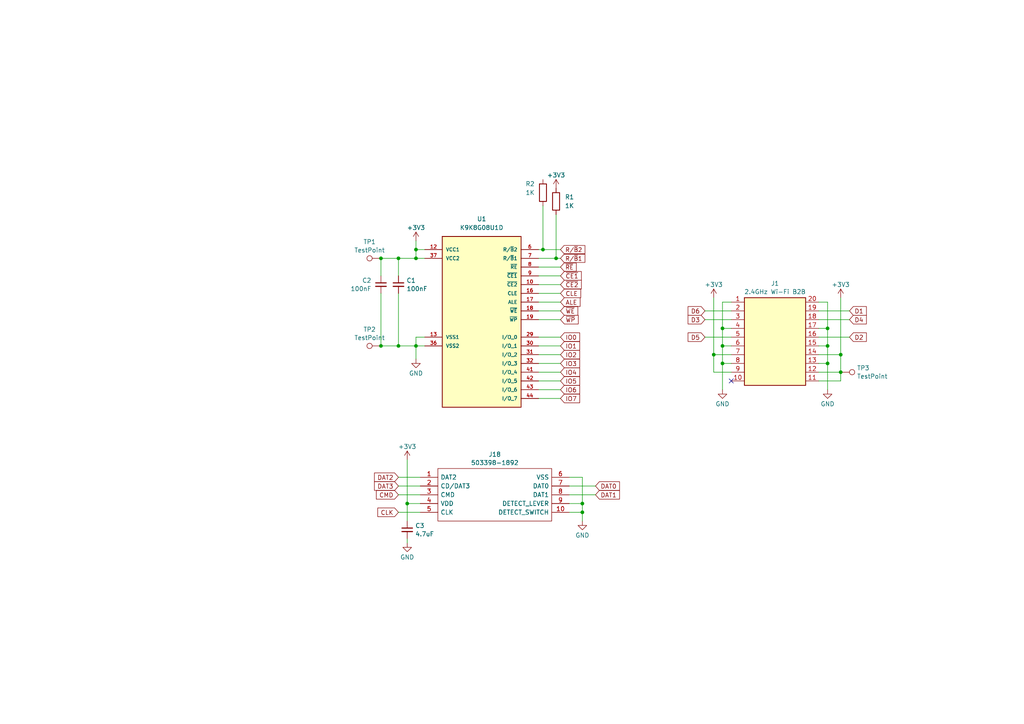
<source format=kicad_sch>
(kicad_sch (version 20231120) (generator "eeschema") (generator_version "8.0")
  (paper "A4")
  (title_block (rev "3.1"))
  (lib_symbols
    (symbol "Connector:TestPoint" (pin_numbers hide) (pin_names (offset 0.762) hide)
      (property "Reference" "TP" (at 0 6.858 0))
      (property "Value" "TestPoint" (at 0 5.08 0))
      (symbol "TestPoint_0_1"
        (circle (center 0 3.302) (radius 0.762))
      )
      (symbol "TestPoint_1_1"
        (pin passive line (at 0 0 90) (length 2.54) (name "1") (number "1"))
      )
    )
    (symbol "Connector_Generic:Conn_02x10_Counter_Clockwise" (pin_names (offset 1.016) hide)
      (property "Reference" "J1" (at 0 15.5745 0))
      (property "Value" "2.4GHz Wi-Fi B2B" (at 0 13.1502 0))
      (symbol "Conn_02x10_Counter_Clockwise_1_1"
        (rectangle (start -8.89 11.43) (end 8.89 -13.97) (stroke (width 0.254)) (fill (type background)))
        (pin passive line (at -12.7 10.16 0) (length 3.81) (name "GND") (number "1"))
        (pin passive line (at -12.7 -12.7 0) (length 3.81) (name "Pin_10") (number "10"))
        (pin passive line (at 12.7 -12.7 180) (length 3.81) (name "Pin_11") (number "11"))
        (pin passive line (at 12.7 -10.16 180) (length 3.81) (name "Pin_12") (number "12"))
        (pin passive line (at 12.7 -7.62 180) (length 3.81) (name "Pin_13") (number "13"))
        (pin passive line (at 12.7 -5.08 180) (length 3.81) (name "Pin_14") (number "14"))
        (pin passive line (at 12.7 -2.54 180) (length 3.81) (name "Pin_15") (number "15"))
        (pin passive line (at 12.7 0 180) (length 3.81) (name "Pin_16") (number "16"))
        (pin passive line (at 12.7 2.54 180) (length 3.81) (name "Pin_17") (number "17"))
        (pin passive line (at 12.7 5.08 180) (length 3.81) (name "Pin_18") (number "18"))
        (pin passive line (at 12.7 7.62 180) (length 3.81) (name "Pin_19") (number "19"))
        (pin passive line (at -12.7 7.62 0) (length 3.81) (name "Pin_2") (number "2"))
        (pin passive line (at 12.7 10.16 180) (length 3.81) (name "Pin_20") (number "20"))
        (pin passive line (at -12.7 5.08 0) (length 3.81) (name "Pin_3") (number "3"))
        (pin passive line (at -12.7 2.54 0) (length 3.81) (name "Pin_4") (number "4"))
        (pin passive line (at -12.7 0 0) (length 3.81) (name "Pin_5") (number "5"))
        (pin passive line (at -12.7 -2.54 0) (length 3.81) (name "Pin_6") (number "6"))
        (pin passive line (at -12.7 -5.08 0) (length 3.81) (name "Pin_7") (number "7"))
        (pin passive line (at -12.7 -7.62 0) (length 3.81) (name "Pin_8") (number "8"))
        (pin passive line (at -12.7 -10.16 0) (length 3.81) (name "Pin_9") (number "9"))
      )
    )
    (symbol "Device:C_Small" (pin_numbers hide) (pin_names (offset 0.254) hide)
      (property "Reference" "C" (at 0.254 1.778 0))
      (property "Value" "C_Small" (at 0.254 -2.032 0))
      (symbol "C_Small_0_1"
        (polyline (pts (xy -1.524 -0.508) (xy 1.524 -0.508)) (stroke (width 0.3302)))
        (polyline (pts (xy -1.524 0.508) (xy 1.524 0.508)) (stroke (width 0.3048)))
      )
      (symbol "C_Small_1_1"
        (pin passive line (at 0 2.54 270) (length 2.032) (name "~") (number "1"))
        (pin passive line (at 0 -2.54 90) (length 2.032) (name "~") (number "2"))
      )
    )
    (symbol "Device:R" (pin_numbers hide) (pin_names (offset 0))
      (property "Reference" "R" (at 2.032 0 90))
      (property "Value" "R" (at 0 0 90))
      (symbol "R_0_1"
        (rectangle (start -1.016 -2.54) (end 1.016 2.54) (stroke (width 0.254)))
      )
      (symbol "R_1_1"
        (pin passive line (at 0 3.81 270) (length 1.27) (name "~") (number "1"))
        (pin passive line (at 0 -3.81 90) (length 1.27) (name "~") (number "2"))
      )
    )
    (symbol "K9F4G08U0B:K9F4G08U0B_1" (pin_names (offset 1.016))
      (property "Reference" "U1" (at 11.43 54.61 0))
      (property "Value" "K9K8G08U1D" (at 11.43 52.07 0))
      (symbol "K9F4G08U0B_1_0_0"
        (pin passive line (at -5.08 45.72 0) (length 5.08) (name "VCC1") (number "12"))
        (pin passive line (at -5.08 20.32 0) (length 5.08) (name "VSS1") (number "13"))
        (pin bidirectional line (at 27.94 33.02 180) (length 5.08) (name "CLE") (number "16"))
        (pin bidirectional line (at 27.94 30.48 180) (length 5.08) (name "ALE") (number "17"))
        (pin bidirectional line (at 27.94 27.94 180) (length 5.08) (name "~{WE}") (number "18"))
        (pin bidirectional line (at 27.94 25.4 180) (length 5.08) (name "~{WP}") (number "19"))
        (pin bidirectional line (at 27.94 20.32 180) (length 5.08) (name "I/O_0") (number "29"))
        (pin bidirectional line (at 27.94 17.78 180) (length 5.08) (name "I/O_1") (number "30"))
        (pin bidirectional line (at 27.94 15.24 180) (length 5.08) (name "I/O_2") (number "31"))
        (pin bidirectional line (at 27.94 12.7 180) (length 5.08) (name "I/O_3") (number "32"))
        (pin passive line (at -5.08 17.78 0) (length 5.08) (name "VSS2") (number "36"))
        (pin passive line (at -5.08 43.18 0) (length 5.08) (name "VCC2") (number "37"))
        (pin bidirectional line (at 27.94 10.16 180) (length 5.08) (name "I/O_4") (number "41"))
        (pin bidirectional line (at 27.94 7.62 180) (length 5.08) (name "I/O_5") (number "42"))
        (pin bidirectional line (at 27.94 5.08 180) (length 5.08) (name "I/O_6") (number "43"))
        (pin bidirectional line (at 27.94 2.54 180) (length 5.08) (name "I/O_7") (number "44"))
        (pin bidirectional line (at 27.94 40.64 180) (length 5.08) (name "~{RE}") (number "8"))
      )
      (symbol "K9F4G08U0B_1_0_1"
        (rectangle (start 0 49.53) (end 22.86 0) (stroke (width 0.254)) (fill (type background)))
      )
      (symbol "K9F4G08U0B_1_1_0"
        (pin bidirectional line (at 27.94 35.56 180) (length 5.08) (name "~{CE2}") (number "10"))
        (pin bidirectional line (at 27.94 45.72 180) (length 5.08) (name "R/~{B}2") (number "6"))
        (pin bidirectional line (at 27.94 43.18 180) (length 5.08) (name "R/~{B}1") (number "7"))
        (pin bidirectional line (at 27.94 38.1 180) (length 5.08) (name "~{CE1}") (number "9"))
      )
    )
    (symbol "SamacSys_Parts:503398-1892" (pin_names (offset 0.762))
      (property "Reference" "J18" (at 21.59 6.6337 0))
      (property "Value" "503398-1892" (at 21.59 4.2094 0))
      (symbol "503398-1892_0_0"
        (pin passive line (at 0 0 0) (length 5.08) (name "DAT2") (number "1"))
        (pin passive line (at 43.18 -10.16 180) (length 5.08) (name "DETECT_SWITCH") (number "10"))
        (pin passive line (at 0 -2.54 0) (length 5.08) (name "CD/DAT3") (number "2"))
        (pin passive line (at 0 -5.08 0) (length 5.08) (name "CMD") (number "3"))
        (pin passive line (at 0 -7.62 0) (length 5.08) (name "VDD") (number "4"))
        (pin passive line (at 0 -10.16 0) (length 5.08) (name "CLK") (number "5"))
        (pin passive line (at 43.18 0 180) (length 5.08) (name "VSS") (number "6"))
        (pin passive line (at 43.18 -2.54 180) (length 5.08) (name "DAT0") (number "7"))
        (pin passive line (at 43.18 -5.08 180) (length 5.08) (name "DAT1") (number "8"))
        (pin passive line (at 43.18 -7.62 180) (length 5.08) (name "DETECT_LEVER") (number "9"))
      )
      (symbol "503398-1892_0_1"
        (polyline (pts (xy 5.08 2.54) (xy 38.1 2.54) (xy 38.1 -12.7) (xy 5.08 -12.7) (xy 5.08 2.54)) (stroke (width 0.1524)))
      )
      (symbol "503398-1892_1_0"
        (pin passive line (at 43.18 0 180) (length 5.08) hide (name "") (number "11"))
        (pin passive line (at 43.18 0 180) (length 5.08) hide (name "") (number "12"))
        (pin passive line (at 43.18 0 180) (length 5.08) hide (name "") (number "13"))
        (pin passive line (at 43.18 0 180) (length 5.08) hide (name "") (number "14"))
      )
    )
    (symbol "power:+3V3" (power) (pin_names (offset 0))
      (property "Value" "+3V3" (at 0 3.556 0))
      (symbol "+3V3_0_1"
        (polyline (pts (xy -0.762 1.27) (xy 0 2.54)))
        (polyline (pts (xy 0 0) (xy 0 2.54)))
        (polyline (pts (xy 0 2.54) (xy 0.762 1.27)))
      )
      (symbol "+3V3_1_1"
        (pin power_in line (at 0 0 90) (length 0) hide (name "+3V3") (number "1"))
      )
    )
    (symbol "power:GND" (power) (pin_names (offset 0))
      (property "Value" "GND" (at 0 -3.81 0))
      (symbol "GND_0_1"
        (polyline (pts (xy 0 0) (xy 0 -1.27) (xy 1.27 -1.27) (xy 0 -2.54) (xy -1.27 -1.27) (xy 0 -1.27)))
      )
      (symbol "GND_1_1"
        (pin power_in line (at 0 0 270) (length 0) hide (name "GND") (number "1"))
      )
    )
  )
  (junction (at 157.48 72.39))
  (junction (at 120.65 100.33))
  (junction (at 209.55 100.33))
  (junction (at 115.57 100.33))
  (junction (at 240.03 105.41))
  (junction (at 243.84 102.87))
  (junction (at 240.03 100.33))
  (junction (at 240.03 95.25))
  (junction (at 110.49 74.93))
  (junction (at 209.55 105.41))
  (junction (at 120.65 74.93))
  (junction (at 168.91 148.59))
  (junction (at 243.84 107.95))
  (junction (at 161.29 74.93))
  (junction (at 118.11 146.05))
  (junction (at 115.57 74.93))
  (junction (at 110.49 100.33))
  (junction (at 209.55 95.25))
  (junction (at 120.65 72.39))
  (junction (at 207.01 102.87))
  (junction (at 168.91 146.05))
  (no_connect (at 212.09 110.49))
  (wire (pts (xy 115.57 85.09) (xy 115.57 100.33)))
  (wire (pts (xy 157.48 72.39) (xy 162.56 72.39)))
  (wire (pts (xy 162.56 107.95) (xy 156.21 107.95)))
  (wire (pts (xy 162.56 85.09) (xy 156.21 85.09)))
  (wire (pts (xy 110.49 74.93) (xy 115.57 74.93)))
  (wire (pts (xy 165.1 138.43) (xy 168.91 138.43)))
  (wire (pts (xy 165.1 146.05) (xy 168.91 146.05)))
  (wire (pts (xy 207.01 86.36) (xy 207.01 102.87)))
  (wire (pts (xy 161.29 62.23) (xy 161.29 74.93)))
  (wire (pts (xy 120.65 97.79) (xy 120.65 100.33)))
  (wire (pts (xy 165.1 143.51) (xy 172.72 143.51)))
  (wire (pts (xy 162.56 92.71) (xy 156.21 92.71)))
  (wire (pts (xy 110.49 85.09) (xy 110.49 100.33)))
  (wire (pts (xy 120.65 72.39) (xy 120.65 69.85)))
  (wire (pts (xy 115.57 100.33) (xy 110.49 100.33)))
  (wire (pts (xy 161.29 74.93) (xy 162.56 74.93)))
  (wire (pts (xy 165.1 140.97) (xy 172.72 140.97)))
  (wire (pts (xy 120.65 100.33) (xy 120.65 104.14)))
  (wire (pts (xy 237.49 92.71) (xy 246.38 92.71)))
  (wire (pts (xy 237.49 87.63) (xy 240.03 87.63)))
  (wire (pts (xy 162.56 110.49) (xy 156.21 110.49)))
  (wire (pts (xy 162.56 115.57) (xy 156.21 115.57)))
  (wire (pts (xy 156.21 72.39) (xy 157.48 72.39)))
  (wire (pts (xy 162.56 113.03) (xy 156.21 113.03)))
  (wire (pts (xy 204.47 92.71) (xy 212.09 92.71)))
  (wire (pts (xy 237.49 95.25) (xy 240.03 95.25)))
  (wire (pts (xy 207.01 102.87) (xy 212.09 102.87)))
  (wire (pts (xy 243.84 86.36) (xy 243.84 102.87)))
  (wire (pts (xy 212.09 87.63) (xy 209.55 87.63)))
  (wire (pts (xy 115.57 148.59) (xy 121.92 148.59)))
  (wire (pts (xy 240.03 87.63) (xy 240.03 95.25)))
  (wire (pts (xy 115.57 74.93) (xy 115.57 80.01)))
  (wire (pts (xy 168.91 148.59) (xy 168.91 151.13)))
  (wire (pts (xy 162.56 82.55) (xy 156.21 82.55)))
  (wire (pts (xy 157.48 59.69) (xy 157.48 72.39)))
  (wire (pts (xy 123.19 97.79) (xy 120.65 97.79)))
  (wire (pts (xy 162.56 77.47) (xy 156.21 77.47)))
  (wire (pts (xy 209.55 100.33) (xy 212.09 100.33)))
  (wire (pts (xy 209.55 87.63) (xy 209.55 95.25)))
  (wire (pts (xy 162.56 97.79) (xy 156.21 97.79)))
  (wire (pts (xy 115.57 140.97) (xy 121.92 140.97)))
  (wire (pts (xy 118.11 156.21) (xy 118.11 157.48)))
  (wire (pts (xy 209.55 100.33) (xy 209.55 105.41)))
  (wire (pts (xy 121.92 146.05) (xy 118.11 146.05)))
  (wire (pts (xy 237.49 110.49) (xy 243.84 110.49)))
  (wire (pts (xy 110.49 74.93) (xy 110.49 80.01)))
  (wire (pts (xy 123.19 72.39) (xy 120.65 72.39)))
  (wire (pts (xy 120.65 74.93) (xy 120.65 72.39)))
  (wire (pts (xy 237.49 97.79) (xy 246.38 97.79)))
  (wire (pts (xy 209.55 95.25) (xy 212.09 95.25)))
  (wire (pts (xy 162.56 105.41) (xy 156.21 105.41)))
  (wire (pts (xy 237.49 90.17) (xy 246.38 90.17)))
  (wire (pts (xy 209.55 105.41) (xy 212.09 105.41)))
  (wire (pts (xy 162.56 87.63) (xy 156.21 87.63)))
  (wire (pts (xy 243.84 107.95) (xy 243.84 110.49)))
  (wire (pts (xy 237.49 100.33) (xy 240.03 100.33)))
  (wire (pts (xy 240.03 105.41) (xy 240.03 113.03)))
  (wire (pts (xy 204.47 90.17) (xy 212.09 90.17)))
  (wire (pts (xy 240.03 100.33) (xy 240.03 105.41)))
  (wire (pts (xy 168.91 138.43) (xy 168.91 146.05)))
  (wire (pts (xy 115.57 143.51) (xy 121.92 143.51)))
  (wire (pts (xy 168.91 146.05) (xy 168.91 148.59)))
  (wire (pts (xy 123.19 74.93) (xy 120.65 74.93)))
  (wire (pts (xy 118.11 146.05) (xy 118.11 151.13)))
  (wire (pts (xy 162.56 80.01) (xy 156.21 80.01)))
  (wire (pts (xy 115.57 74.93) (xy 120.65 74.93)))
  (wire (pts (xy 162.56 90.17) (xy 156.21 90.17)))
  (wire (pts (xy 120.65 100.33) (xy 115.57 100.33)))
  (wire (pts (xy 204.47 97.79) (xy 212.09 97.79)))
  (wire (pts (xy 209.55 105.41) (xy 209.55 113.03)))
  (wire (pts (xy 209.55 95.25) (xy 209.55 100.33)))
  (wire (pts (xy 237.49 102.87) (xy 243.84 102.87)))
  (wire (pts (xy 243.84 102.87) (xy 243.84 107.95)))
  (wire (pts (xy 162.56 102.87) (xy 156.21 102.87)))
  (wire (pts (xy 118.11 133.35) (xy 118.11 146.05)))
  (wire (pts (xy 207.01 102.87) (xy 207.01 107.95)))
  (wire (pts (xy 237.49 107.95) (xy 243.84 107.95)))
  (wire (pts (xy 237.49 105.41) (xy 240.03 105.41)))
  (wire (pts (xy 162.56 100.33) (xy 156.21 100.33)))
  (wire (pts (xy 165.1 148.59) (xy 168.91 148.59)))
  (wire (pts (xy 207.01 107.95) (xy 212.09 107.95)))
  (wire (pts (xy 123.19 100.33) (xy 120.65 100.33)))
  (wire (pts (xy 115.57 138.43) (xy 121.92 138.43)))
  (wire (pts (xy 240.03 95.25) (xy 240.03 100.33)))
  (wire (pts (xy 156.21 74.93) (xy 161.29 74.93)))
  (global_label "D2" (shape input) (at 246.38 97.79 0) (property "Intersheetrefs" "${INTERSHEET_REFS}" (effects (hide yes))))
  (global_label "CLE" (shape input) (at 162.56 85.09 0) (property "Intersheetrefs" "${INTERSHEET_REFS}" (effects (hide yes))))
  (global_label "~{WE}" (shape input) (at 162.56 90.17 0) (property "Intersheetrefs" "${INTERSHEET_REFS}" (effects (hide yes))))
  (global_label "IO2" (shape input) (at 162.56 102.87 0) (property "Intersheetrefs" "${INTERSHEET_REFS}" (effects (hide yes))))
  (global_label "D4" (shape input) (at 246.38 92.71 0) (property "Intersheetrefs" "${INTERSHEET_REFS}" (effects (hide yes))))
  (global_label "CMD" (shape input) (at 115.57 143.51 180) (property "Intersheetrefs" "${INTERSHEET_REFS}" (effects (hide yes))))
  (global_label "D6" (shape input) (at 204.47 90.17 180) (property "Intersheetrefs" "${INTERSHEET_REFS}" (effects (hide yes))))
  (global_label "IO7" (shape input) (at 162.56 115.57 0) (property "Intersheetrefs" "${INTERSHEET_REFS}" (effects (hide yes))))
  (global_label "IO1" (shape input) (at 162.56 100.33 0) (property "Intersheetrefs" "${INTERSHEET_REFS}" (effects (hide yes))))
  (global_label "~{RE}" (shape input) (at 162.56 77.47 0) (effects (font (size 1.2 1.2))) (property "Intersheetrefs" "${INTERSHEET_REFS}" (effects (hide yes))))
  (global_label "D5" (shape input) (at 204.47 97.79 180) (property "Intersheetrefs" "${INTERSHEET_REFS}" (effects (hide yes))))
  (global_label "IO5" (shape input) (at 162.56 110.49 0) (property "Intersheetrefs" "${INTERSHEET_REFS}" (effects (hide yes))))
  (global_label "ALE" (shape input) (at 162.56 87.63 0) (property "Intersheetrefs" "${INTERSHEET_REFS}" (effects (hide yes))))
  (global_label "R{slash}~{B}1" (shape input) (at 162.56 74.93 0) (effects (font (size 1.2 1.2))) (property "Intersheetrefs" "${INTERSHEET_REFS}" (effects (hide yes))))
  (global_label "~{CE2}" (shape input) (at 162.56 82.55 0) (property "Intersheetrefs" "${INTERSHEET_REFS}" (effects (hide yes))))
  (global_label "IO0" (shape input) (at 162.56 97.79 0) (property "Intersheetrefs" "${INTERSHEET_REFS}" (effects (hide yes))))
  (global_label "DAT1" (shape input) (at 172.72 143.51 0) (property "Intersheetrefs" "${INTERSHEET_REFS}" (effects (hide yes))))
  (global_label "DAT2" (shape input) (at 115.57 138.43 180) (property "Intersheetrefs" "${INTERSHEET_REFS}" (effects (hide yes))))
  (global_label "DAT0" (shape input) (at 172.72 140.97 0) (property "Intersheetrefs" "${INTERSHEET_REFS}" (effects (hide yes))))
  (global_label "R{slash}~{B}2" (shape input) (at 162.56 72.39 0) (effects (font (size 1.2 1.2))) (property "Intersheetrefs" "${INTERSHEET_REFS}" (effects (hide yes))))
  (global_label "~{CE1}" (shape input) (at 162.56 80.01 0) (property "Intersheetrefs" "${INTERSHEET_REFS}" (effects (hide yes))))
  (global_label "CLK" (shape input) (at 115.57 148.59 180) (property "Intersheetrefs" "${INTERSHEET_REFS}" (effects (hide yes))))
  (global_label "D1" (shape input) (at 246.38 90.17 0) (property "Intersheetrefs" "${INTERSHEET_REFS}" (effects (hide yes))))
  (global_label "IO3" (shape input) (at 162.56 105.41 0) (property "Intersheetrefs" "${INTERSHEET_REFS}" (effects (hide yes))))
  (global_label "IO4" (shape input) (at 162.56 107.95 0) (property "Intersheetrefs" "${INTERSHEET_REFS}" (effects (hide yes))))
  (global_label "D3" (shape input) (at 204.47 92.71 180) (property "Intersheetrefs" "${INTERSHEET_REFS}" (effects (hide yes))))
  (global_label "~{WP}" (shape input) (at 162.56 92.71 0) (property "Intersheetrefs" "${INTERSHEET_REFS}" (effects (hide yes))))
  (global_label "DAT3" (shape input) (at 115.57 140.97 180) (property "Intersheetrefs" "${INTERSHEET_REFS}" (effects (hide yes))))
  (global_label "IO6" (shape input) (at 162.56 113.03 0) (property "Intersheetrefs" "${INTERSHEET_REFS}" (effects (hide yes))))
  (symbol (lib_id "power:+3V3") (at 207.01 86.36 0) (unit 1)
    (property "Reference" "#PWR08" (effects (hide yes)))
    (property "Value" "+3V3" (at 207.01 82.55 0))
  )
  (symbol (lib_id "Device:C_Small") (at 118.11 153.67 0) (unit 1)
    (property "Reference" "C3" (at 120.4341 152.4641 0) (effects (justify left)))
    (property "Value" "4.7uF" (at 120.4341 154.8884 0) (effects (justify left)))
    (property "Footprint" "Capacitor_SMD:C_0603_1608Metric" (effects (hide yes)))
    (property "Description" "Unpolarized capacitor, small symbol" (effects (hide yes)))
  )
  (symbol (lib_id "Device:C_Small") (at 110.49 82.55 0) (unit 1)
    (property "Reference" "C2" (at 107.7341 81.3441 0) (effects (justify right)))
    (property "Value" "100nF" (at 107.7341 83.7684 0) (effects (justify right)))
    (property "Footprint" "Capacitor_SMD:C_0402_1005Metric" (effects (hide yes)))
    (property "Description" "Unpolarized capacitor, small symbol" (effects (hide yes)))
  )
  (symbol (lib_id "power:GND") (at 209.55 113.03 0) (unit 1)
    (property "Reference" "#PWR06" (effects (hide yes)))
    (property "Value" "GND" (at 209.55 117.1631 0))
    (property "Description" "Power symbol creates a global label with name \"GND\" , ground" (effects (hide yes)))
  )
  (symbol (lib_id "power:+3V3") (at 161.29 54.61 0) (unit 1)
    (property "Reference" "#PWR0113" (effects (hide yes)))
    (property "Value" "+3V3" (at 161.29 50.8 0))
  )
  (symbol (lib_id "Connector_Generic:Conn_02x10_Counter_Clockwise") (at 224.79 97.79 0) (unit 1)
    (property "Reference" "J1" (at 224.79 82.2155 0))
    (property "Value" "2.4GHz Wi-Fi B2B" (at 224.79 84.6398 0))
    (property "Footprint" "cafeflex:wificonn" (effects (hide yes)))
    (property "Description" "Generic connector, double row, 02x10, counter clockwise pin numbering scheme (similar to DIP package numbering), script generated (kicad-library-utils/schlib/autogen/connector/)" (effects (hide yes)))
  )
  (symbol (lib_id "power:+3V3") (at 243.84 86.36 0) (unit 1)
    (property "Reference" "#PWR01" (effects (hide yes)))
    (property "Value" "+3V3" (at 243.84 82.55 0))
  )
  (symbol (lib_name "K9F4G08U0B:K9F4G08U0B_1") (lib_id "K9F4G08U0B:K9F4G08U0B") (at 128.27 118.11 0) (unit 1)
    (property "Reference" "U1" (at 139.7 63.5 0))
    (property "Value" "K9K8G08U1D" (at 139.7 66.04 0))
    (property "Footprint" "Package_SO:TSOP-I-48_18.4x12mm_P0.5mm" (effects (hide yes)))
    (property "MPN" "K9K8G08U1D" (effects (hide yes)))
    (property "MANUFACTURER" "Samsung Electronics" (effects (hide yes)))
  )
  (symbol (lib_id "Device:R") (at 157.48 55.88 0) (unit 1)
    (property "Reference" "R2" (at 152.4 53.34 0) (effects (justify left)))
    (property "Value" "1K" (at 152.4 55.88 0) (effects (justify left)))
    (property "Footprint" "Resistor_SMD:R_0402_1005Metric" (effects (hide yes)))
  )
  (symbol (lib_id "Connector:TestPoint") (at 110.49 100.33 90) (unit 1)
    (property "Reference" "TP2" (at 107.188 95.5505 90))
    (property "Value" "TestPoint" (at 107.188 97.9748 90))
    (property "Footprint" "TestPoint:TestPoint_Pad_1.5x1.5mm" (effects (hide yes)))
    (property "Description" "test point" (effects (hide yes)))
  )
  (symbol (lib_id "power:GND") (at 120.65 104.14 0) (unit 1)
    (property "Reference" "#PWR02" (effects (hide yes)))
    (property "Value" "GND" (at 120.65 108.2731 0))
    (property "Description" "Power symbol creates a global label with name \"GND\" , ground" (effects (hide yes)))
  )
  (symbol (lib_id "Device:R") (at 161.29 58.42 0) (unit 1)
    (property "Reference" "R1" (at 163.83 57.15 0) (effects (justify left)))
    (property "Value" "1K" (at 163.83 59.69 0) (effects (justify left)))
    (property "Footprint" "Resistor_SMD:R_0402_1005Metric" (effects (hide yes)))
  )
  (symbol (lib_id "power:GND") (at 168.91 151.13 0) (unit 1)
    (property "Reference" "#PWR03" (effects (hide yes)))
    (property "Value" "GND" (at 168.91 155.2631 0))
    (property "Description" "Power symbol creates a global label with name \"GND\" , ground" (effects (hide yes)))
  )
  (symbol (lib_id "SamacSys_Parts:503398-1892") (at 121.92 138.43 0) (unit 1)
    (property "Reference" "J18" (at 143.51 131.7963 0))
    (property "Value" "503398-1892" (at 143.51 134.2206 0))
    (property "Footprint" "SamacSys_Parts:503398-1892" (effects (hide yes)))
    (property "Datasheet" "http://www.molex.com/webdocs/datasheets/pdf/en-us//5033981892_MEMORY_CARD_SOCKET.pdf" (effects (hide yes)))
    (property "Description" "MicroSD SMT Push-Push 1.28mm height MicroSD SMT Push-Push 1.28mm height" (effects (hide yes)))
    (property "Mouser Part Number" "538-503398-1892" (effects (hide yes)))
    (property "Mouser Price/Stock" "https://www.mouser.co.uk/ProductDetail/Molex/503398-1892?qs=b0v8CoHHvSMxV%252BW12iKaSg%3D%3D" (effects (hide yes)))
    (property "Manufacturer_Name" "Molex" (effects (hide yes)))
    (property "Manufacturer_Part_Number" "503398-1892" (effects (hide yes)))
  )
  (symbol (lib_id "power:GND") (at 240.03 113.03 0) (unit 1)
    (property "Reference" "#PWR07" (effects (hide yes)))
    (property "Value" "GND" (at 240.03 117.1631 0))
    (property "Description" "Power symbol creates a global label with name \"GND\" , ground" (effects (hide yes)))
  )
  (symbol (lib_id "Connector:TestPoint") (at 243.84 107.95 270) (unit 1)
    (property "Reference" "TP3" (at 248.539 106.7378 90) (effects (justify left)))
    (property "Value" "TestPoint" (at 248.539 109.1621 90) (effects (justify left)))
    (property "Footprint" "TestPoint:TestPoint_Pad_1.5x1.5mm" (effects (hide yes)))
    (property "Description" "test point" (effects (hide yes)))
  )
  (symbol (lib_id "power:GND") (at 118.11 157.48 0) (unit 1)
    (property "Reference" "#PWR05" (effects (hide yes)))
    (property "Value" "GND" (at 118.11 161.6131 0))
    (property "Description" "Power symbol creates a global label with name \"GND\" , ground" (effects (hide yes)))
  )
  (symbol (lib_id "power:+3V3") (at 118.11 133.35 0) (unit 1)
    (property "Reference" "#PWR04" (effects (hide yes)))
    (property "Value" "+3V3" (at 118.11 129.54 0))
  )
  (symbol (lib_id "power:+3V3") (at 120.65 69.85 0) (unit 1)
    (property "Reference" "#PWR0103" (effects (hide yes)))
    (property "Value" "+3V3" (at 120.65 66.04 0))
  )
  (symbol (lib_id "Device:C_Small") (at 115.57 82.55 0) (unit 1)
    (property "Reference" "C1" (at 117.8941 81.3441 0) (effects (justify left)))
    (property "Value" "100nF" (at 117.8941 83.7684 0) (effects (justify left)))
    (property "Footprint" "Capacitor_SMD:C_0402_1005Metric" (effects (hide yes)))
    (property "Description" "Unpolarized capacitor, small symbol" (effects (hide yes)))
  )
  (symbol (lib_id "Connector:TestPoint") (at 110.49 74.93 90) (unit 1)
    (property "Reference" "TP1" (at 107.188 70.1505 90))
    (property "Value" "TestPoint" (at 107.188 72.5748 90))
    (property "Footprint" "TestPoint:TestPoint_Pad_1.5x1.5mm" (effects (hide yes)))
    (property "Description" "test point" (effects (hide yes)))
  )
)
</source>
